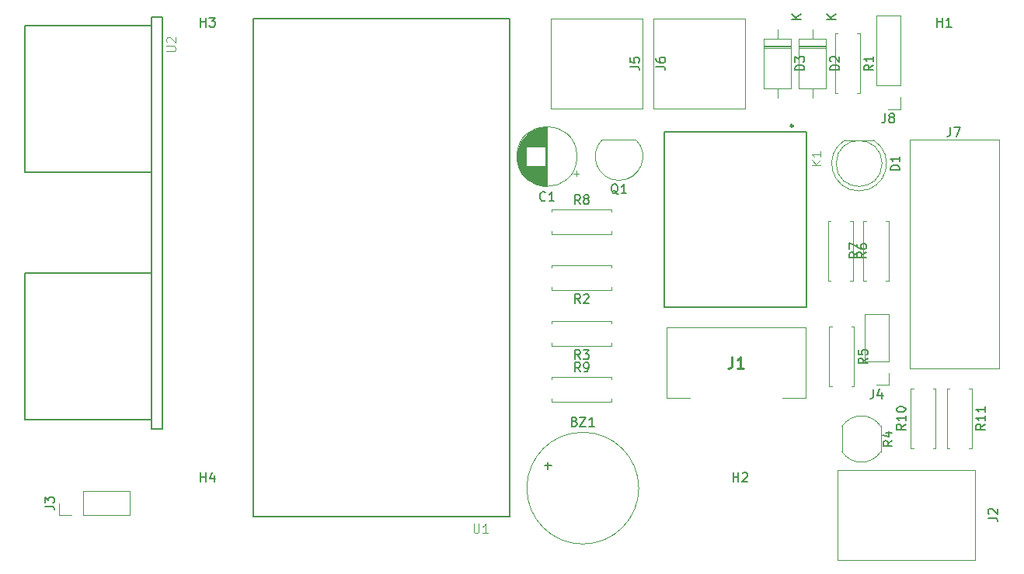
<source format=gbr>
%TF.GenerationSoftware,KiCad,Pcbnew,(5.1.7-0-10_14)*%
%TF.CreationDate,2021-06-29T16:16:18+02:00*%
%TF.ProjectId,NodeMCU32_Multisensor,4e6f6465-4d43-4553-9332-5f4d756c7469,rev?*%
%TF.SameCoordinates,Original*%
%TF.FileFunction,Legend,Top*%
%TF.FilePolarity,Positive*%
%FSLAX46Y46*%
G04 Gerber Fmt 4.6, Leading zero omitted, Abs format (unit mm)*
G04 Created by KiCad (PCBNEW (5.1.7-0-10_14)) date 2021-06-29 16:16:18*
%MOMM*%
%LPD*%
G01*
G04 APERTURE LIST*
%ADD10C,0.120000*%
%ADD11C,0.127000*%
%ADD12C,0.300000*%
%ADD13C,0.100000*%
%ADD14C,0.150000*%
%ADD15C,0.015000*%
%ADD16C,0.254000*%
G04 APERTURE END LIST*
D10*
%TO.C,J7*%
X145187000Y-76825000D02*
X145187000Y-74325000D01*
X145187000Y-74325000D02*
X154987000Y-74325000D01*
X154987000Y-74325000D02*
X154987000Y-76925000D01*
X154987000Y-99325000D02*
X145187000Y-99325000D01*
X154987000Y-76925000D02*
X154987000Y-99325000D01*
X145187000Y-99325000D02*
X145187000Y-76825000D01*
%TO.C,R11*%
X149252000Y-108045000D02*
X149582000Y-108045000D01*
X149252000Y-101505000D02*
X149252000Y-108045000D01*
X149582000Y-101505000D02*
X149252000Y-101505000D01*
X151992000Y-108045000D02*
X151662000Y-108045000D01*
X151992000Y-101505000D02*
X151992000Y-108045000D01*
X151662000Y-101505000D02*
X151992000Y-101505000D01*
%TO.C,R10*%
X148055000Y-101505000D02*
X147725000Y-101505000D01*
X148055000Y-108045000D02*
X148055000Y-101505000D01*
X147725000Y-108045000D02*
X148055000Y-108045000D01*
X145315000Y-101505000D02*
X145645000Y-101505000D01*
X145315000Y-108045000D02*
X145315000Y-101505000D01*
X145645000Y-108045000D02*
X145315000Y-108045000D01*
%TO.C,R9*%
X112744000Y-102970000D02*
X112744000Y-102640000D01*
X106204000Y-102970000D02*
X112744000Y-102970000D01*
X106204000Y-102640000D02*
X106204000Y-102970000D01*
X112744000Y-100230000D02*
X112744000Y-100560000D01*
X106204000Y-100230000D02*
X112744000Y-100230000D01*
X106204000Y-100560000D02*
X106204000Y-100230000D01*
%TO.C,J8*%
X144205000Y-71053000D02*
X142875000Y-71053000D01*
X144205000Y-69723000D02*
X144205000Y-71053000D01*
X144205000Y-68453000D02*
X141545000Y-68453000D01*
X141545000Y-68453000D02*
X141545000Y-60773000D01*
X144205000Y-68453000D02*
X144205000Y-60773000D01*
X144205000Y-60773000D02*
X141545000Y-60773000D01*
%TO.C,J2*%
X137313000Y-110416000D02*
X149813000Y-110416000D01*
X149713000Y-120216000D02*
X137313000Y-120216000D01*
X137313000Y-120216000D02*
X137313000Y-110416000D01*
X137313000Y-115316000D02*
X137313000Y-120216000D01*
X152313000Y-120216000D02*
X149713000Y-120216000D01*
X152313000Y-110416000D02*
X152313000Y-120216000D01*
X149813000Y-110416000D02*
X152313000Y-110416000D01*
D11*
%TO.C,U2*%
X48802000Y-61939000D02*
X48802000Y-77939000D01*
X48802000Y-88939000D02*
X48802000Y-104939000D01*
X62602000Y-105939000D02*
X62602000Y-104939000D01*
X62602000Y-104939000D02*
X62602000Y-88939000D01*
X62602000Y-88939000D02*
X62602000Y-77939000D01*
X62602000Y-77939000D02*
X62602000Y-61939000D01*
X62602000Y-61939000D02*
X62602000Y-60939000D01*
X62602000Y-60939000D02*
X63802000Y-60939000D01*
X63802000Y-60939000D02*
X63802000Y-105939000D01*
X63802000Y-105939000D02*
X62602000Y-105939000D01*
X62602000Y-61939000D02*
X48802000Y-61939000D01*
X62602000Y-104939000D02*
X48802000Y-104939000D01*
X62602000Y-77939000D02*
X48802000Y-77939000D01*
X62602000Y-88939000D02*
X48802000Y-88939000D01*
%TO.C,U1*%
X101580000Y-61142000D02*
X101580000Y-115542000D01*
X101580000Y-115542000D02*
X73680000Y-115542000D01*
X73680000Y-115542000D02*
X73680000Y-61142000D01*
X73680000Y-61142000D02*
X101580000Y-61142000D01*
D10*
%TO.C,R8*%
X106204000Y-82272000D02*
X106204000Y-81942000D01*
X106204000Y-81942000D02*
X112744000Y-81942000D01*
X112744000Y-81942000D02*
X112744000Y-82272000D01*
X106204000Y-84352000D02*
X106204000Y-84682000D01*
X106204000Y-84682000D02*
X112744000Y-84682000D01*
X112744000Y-84682000D02*
X112744000Y-84352000D01*
%TO.C,R7*%
X140516000Y-89760000D02*
X140186000Y-89760000D01*
X140186000Y-89760000D02*
X140186000Y-83220000D01*
X140186000Y-83220000D02*
X140516000Y-83220000D01*
X142596000Y-89760000D02*
X142926000Y-89760000D01*
X142926000Y-89760000D02*
X142926000Y-83220000D01*
X142926000Y-83220000D02*
X142596000Y-83220000D01*
%TO.C,R6*%
X138708000Y-83217000D02*
X139038000Y-83217000D01*
X139038000Y-83217000D02*
X139038000Y-89757000D01*
X139038000Y-89757000D02*
X138708000Y-89757000D01*
X136628000Y-83217000D02*
X136298000Y-83217000D01*
X136298000Y-83217000D02*
X136298000Y-89757000D01*
X136298000Y-89757000D02*
X136628000Y-89757000D01*
%TO.C,R5*%
X138835000Y-94774000D02*
X139165000Y-94774000D01*
X139165000Y-94774000D02*
X139165000Y-101314000D01*
X139165000Y-101314000D02*
X138835000Y-101314000D01*
X136755000Y-94774000D02*
X136425000Y-94774000D01*
X136425000Y-94774000D02*
X136425000Y-101314000D01*
X136425000Y-101314000D02*
X136755000Y-101314000D01*
%TO.C,R4*%
X137854000Y-105637000D02*
X137854000Y-108437000D01*
X142054000Y-105637000D02*
X142054000Y-108437000D01*
X142063242Y-105650963D02*
G75*
G03*
X137854000Y-105637000I-2109242J-1386037D01*
G01*
X137844758Y-108423037D02*
G75*
G03*
X142054000Y-108437000I2109242J1386037D01*
G01*
%TO.C,R3*%
X112744000Y-96544000D02*
X112744000Y-96874000D01*
X112744000Y-96874000D02*
X106204000Y-96874000D01*
X106204000Y-96874000D02*
X106204000Y-96544000D01*
X112744000Y-94464000D02*
X112744000Y-94134000D01*
X112744000Y-94134000D02*
X106204000Y-94134000D01*
X106204000Y-94134000D02*
X106204000Y-94464000D01*
%TO.C,R2*%
X112744000Y-90448000D02*
X112744000Y-90778000D01*
X112744000Y-90778000D02*
X106204000Y-90778000D01*
X106204000Y-90778000D02*
X106204000Y-90448000D01*
X112744000Y-88368000D02*
X112744000Y-88038000D01*
X112744000Y-88038000D02*
X106204000Y-88038000D01*
X106204000Y-88038000D02*
X106204000Y-88368000D01*
%TO.C,R1*%
X139470000Y-62770000D02*
X139800000Y-62770000D01*
X139800000Y-62770000D02*
X139800000Y-69310000D01*
X139800000Y-69310000D02*
X139470000Y-69310000D01*
X137390000Y-62770000D02*
X137060000Y-62770000D01*
X137060000Y-62770000D02*
X137060000Y-69310000D01*
X137060000Y-69310000D02*
X137390000Y-69310000D01*
%TO.C,Q1*%
X115338000Y-74350000D02*
X111738000Y-74350000D01*
X111699522Y-74361522D02*
G75*
G03*
X113538000Y-78800000I1838478J-1838478D01*
G01*
X115376478Y-74361522D02*
G75*
G02*
X113538000Y-78800000I-1838478J-1838478D01*
G01*
D11*
%TO.C,K1*%
X118488000Y-73508000D02*
X133988000Y-73508000D01*
X133988000Y-73508000D02*
X133988000Y-92608000D01*
X133988000Y-92608000D02*
X118488000Y-92608000D01*
X118488000Y-92608000D02*
X118488000Y-73508000D01*
D12*
X132457000Y-72858000D02*
G75*
G03*
X132457000Y-72858000I-100000J0D01*
G01*
D10*
%TO.C,J6*%
X116118000Y-70940000D02*
X113518000Y-70940000D01*
X116118000Y-61140000D02*
X116118000Y-70940000D01*
X113618000Y-61140000D02*
X116118000Y-61140000D01*
X106118000Y-66040000D02*
X106118000Y-70940000D01*
X106118000Y-70940000D02*
X106118000Y-61140000D01*
X113518000Y-70940000D02*
X106118000Y-70940000D01*
X106118000Y-61140000D02*
X113618000Y-61140000D01*
%TO.C,J5*%
X117308000Y-61140000D02*
X119908000Y-61140000D01*
X117308000Y-70940000D02*
X117308000Y-61140000D01*
X119808000Y-70940000D02*
X117308000Y-70940000D01*
X127308000Y-66040000D02*
X127308000Y-61140000D01*
X127308000Y-61140000D02*
X127308000Y-70940000D01*
X119908000Y-61140000D02*
X127308000Y-61140000D01*
X127308000Y-70940000D02*
X119808000Y-70940000D01*
%TO.C,J4*%
X142935000Y-93412000D02*
X140275000Y-93412000D01*
X142935000Y-98552000D02*
X142935000Y-93412000D01*
X140275000Y-98552000D02*
X140275000Y-93412000D01*
X142935000Y-98552000D02*
X140275000Y-98552000D01*
X142935000Y-99822000D02*
X142935000Y-101152000D01*
X142935000Y-101152000D02*
X141605000Y-101152000D01*
%TO.C,J3*%
X60258000Y-115376000D02*
X60258000Y-112716000D01*
X55118000Y-115376000D02*
X60258000Y-115376000D01*
X55118000Y-112716000D02*
X60258000Y-112716000D01*
X55118000Y-115376000D02*
X55118000Y-112716000D01*
X53848000Y-115376000D02*
X52518000Y-115376000D01*
X52518000Y-115376000D02*
X52518000Y-114046000D01*
D13*
%TO.C,J1*%
X118748000Y-102584000D02*
X118748000Y-94884000D01*
X118748000Y-102584000D02*
X118748000Y-102584000D01*
X118748000Y-94884000D02*
X118748000Y-102584000D01*
X118748000Y-94884000D02*
X118748000Y-94884000D01*
X133848000Y-94884000D02*
X133848000Y-102584000D01*
X133848000Y-94884000D02*
X133848000Y-94884000D01*
X133848000Y-102584000D02*
X133848000Y-94884000D01*
X133848000Y-102584000D02*
X133848000Y-102584000D01*
X118748000Y-102584000D02*
X118748000Y-102584000D01*
X121298000Y-102584000D02*
X118748000Y-102584000D01*
X121298000Y-102584000D02*
X121298000Y-102584000D01*
X118748000Y-102584000D02*
X121298000Y-102584000D01*
X133848000Y-94884000D02*
X133848000Y-94884000D01*
X118748000Y-94884000D02*
X133848000Y-94884000D01*
X118748000Y-94884000D02*
X118748000Y-94884000D01*
X133848000Y-94884000D02*
X118748000Y-94884000D01*
X131298000Y-102584000D02*
X131298000Y-102584000D01*
X133848000Y-102584000D02*
X131298000Y-102584000D01*
X133848000Y-102584000D02*
X133848000Y-102584000D01*
X131298000Y-102584000D02*
X133848000Y-102584000D01*
D10*
%TO.C,D3*%
X132280000Y-63320000D02*
X129340000Y-63320000D01*
X129340000Y-63320000D02*
X129340000Y-68760000D01*
X129340000Y-68760000D02*
X132280000Y-68760000D01*
X132280000Y-68760000D02*
X132280000Y-63320000D01*
X130810000Y-62300000D02*
X130810000Y-63320000D01*
X130810000Y-69780000D02*
X130810000Y-68760000D01*
X132280000Y-64220000D02*
X129340000Y-64220000D01*
X132280000Y-64340000D02*
X129340000Y-64340000D01*
X132280000Y-64100000D02*
X129340000Y-64100000D01*
%TO.C,D2*%
X136090000Y-63320000D02*
X133150000Y-63320000D01*
X133150000Y-63320000D02*
X133150000Y-68760000D01*
X133150000Y-68760000D02*
X136090000Y-68760000D01*
X136090000Y-68760000D02*
X136090000Y-63320000D01*
X134620000Y-62300000D02*
X134620000Y-63320000D01*
X134620000Y-69780000D02*
X134620000Y-68760000D01*
X136090000Y-64220000D02*
X133150000Y-64220000D01*
X136090000Y-64340000D02*
X133150000Y-64340000D01*
X136090000Y-64100000D02*
X133150000Y-64100000D01*
%TO.C,D1*%
X142200000Y-76962000D02*
G75*
G03*
X142200000Y-76962000I-2500000J0D01*
G01*
X141245000Y-74402000D02*
X138155000Y-74402000D01*
X139700462Y-79952000D02*
G75*
G02*
X138155170Y-74402000I-462J2990000D01*
G01*
X139699538Y-79952000D02*
G75*
G03*
X141244830Y-74402000I462J2990000D01*
G01*
%TO.C,C1*%
X108954000Y-76200000D02*
G75*
G03*
X108954000Y-76200000I-3270000J0D01*
G01*
X105684000Y-79430000D02*
X105684000Y-72970000D01*
X105644000Y-79430000D02*
X105644000Y-72970000D01*
X105604000Y-79430000D02*
X105604000Y-72970000D01*
X105564000Y-79428000D02*
X105564000Y-72972000D01*
X105524000Y-79427000D02*
X105524000Y-72973000D01*
X105484000Y-79424000D02*
X105484000Y-72976000D01*
X105444000Y-79422000D02*
X105444000Y-77240000D01*
X105444000Y-75160000D02*
X105444000Y-72978000D01*
X105404000Y-79418000D02*
X105404000Y-77240000D01*
X105404000Y-75160000D02*
X105404000Y-72982000D01*
X105364000Y-79415000D02*
X105364000Y-77240000D01*
X105364000Y-75160000D02*
X105364000Y-72985000D01*
X105324000Y-79411000D02*
X105324000Y-77240000D01*
X105324000Y-75160000D02*
X105324000Y-72989000D01*
X105284000Y-79406000D02*
X105284000Y-77240000D01*
X105284000Y-75160000D02*
X105284000Y-72994000D01*
X105244000Y-79401000D02*
X105244000Y-77240000D01*
X105244000Y-75160000D02*
X105244000Y-72999000D01*
X105204000Y-79395000D02*
X105204000Y-77240000D01*
X105204000Y-75160000D02*
X105204000Y-73005000D01*
X105164000Y-79389000D02*
X105164000Y-77240000D01*
X105164000Y-75160000D02*
X105164000Y-73011000D01*
X105124000Y-79382000D02*
X105124000Y-77240000D01*
X105124000Y-75160000D02*
X105124000Y-73018000D01*
X105084000Y-79375000D02*
X105084000Y-77240000D01*
X105084000Y-75160000D02*
X105084000Y-73025000D01*
X105044000Y-79367000D02*
X105044000Y-77240000D01*
X105044000Y-75160000D02*
X105044000Y-73033000D01*
X105004000Y-79359000D02*
X105004000Y-77240000D01*
X105004000Y-75160000D02*
X105004000Y-73041000D01*
X104963000Y-79350000D02*
X104963000Y-77240000D01*
X104963000Y-75160000D02*
X104963000Y-73050000D01*
X104923000Y-79341000D02*
X104923000Y-77240000D01*
X104923000Y-75160000D02*
X104923000Y-73059000D01*
X104883000Y-79331000D02*
X104883000Y-77240000D01*
X104883000Y-75160000D02*
X104883000Y-73069000D01*
X104843000Y-79321000D02*
X104843000Y-77240000D01*
X104843000Y-75160000D02*
X104843000Y-73079000D01*
X104803000Y-79310000D02*
X104803000Y-77240000D01*
X104803000Y-75160000D02*
X104803000Y-73090000D01*
X104763000Y-79298000D02*
X104763000Y-77240000D01*
X104763000Y-75160000D02*
X104763000Y-73102000D01*
X104723000Y-79286000D02*
X104723000Y-77240000D01*
X104723000Y-75160000D02*
X104723000Y-73114000D01*
X104683000Y-79274000D02*
X104683000Y-77240000D01*
X104683000Y-75160000D02*
X104683000Y-73126000D01*
X104643000Y-79261000D02*
X104643000Y-77240000D01*
X104643000Y-75160000D02*
X104643000Y-73139000D01*
X104603000Y-79247000D02*
X104603000Y-77240000D01*
X104603000Y-75160000D02*
X104603000Y-73153000D01*
X104563000Y-79233000D02*
X104563000Y-77240000D01*
X104563000Y-75160000D02*
X104563000Y-73167000D01*
X104523000Y-79218000D02*
X104523000Y-77240000D01*
X104523000Y-75160000D02*
X104523000Y-73182000D01*
X104483000Y-79202000D02*
X104483000Y-77240000D01*
X104483000Y-75160000D02*
X104483000Y-73198000D01*
X104443000Y-79186000D02*
X104443000Y-77240000D01*
X104443000Y-75160000D02*
X104443000Y-73214000D01*
X104403000Y-79170000D02*
X104403000Y-77240000D01*
X104403000Y-75160000D02*
X104403000Y-73230000D01*
X104363000Y-79152000D02*
X104363000Y-77240000D01*
X104363000Y-75160000D02*
X104363000Y-73248000D01*
X104323000Y-79134000D02*
X104323000Y-77240000D01*
X104323000Y-75160000D02*
X104323000Y-73266000D01*
X104283000Y-79116000D02*
X104283000Y-77240000D01*
X104283000Y-75160000D02*
X104283000Y-73284000D01*
X104243000Y-79096000D02*
X104243000Y-77240000D01*
X104243000Y-75160000D02*
X104243000Y-73304000D01*
X104203000Y-79076000D02*
X104203000Y-77240000D01*
X104203000Y-75160000D02*
X104203000Y-73324000D01*
X104163000Y-79056000D02*
X104163000Y-77240000D01*
X104163000Y-75160000D02*
X104163000Y-73344000D01*
X104123000Y-79034000D02*
X104123000Y-77240000D01*
X104123000Y-75160000D02*
X104123000Y-73366000D01*
X104083000Y-79012000D02*
X104083000Y-77240000D01*
X104083000Y-75160000D02*
X104083000Y-73388000D01*
X104043000Y-78990000D02*
X104043000Y-77240000D01*
X104043000Y-75160000D02*
X104043000Y-73410000D01*
X104003000Y-78966000D02*
X104003000Y-77240000D01*
X104003000Y-75160000D02*
X104003000Y-73434000D01*
X103963000Y-78942000D02*
X103963000Y-77240000D01*
X103963000Y-75160000D02*
X103963000Y-73458000D01*
X103923000Y-78916000D02*
X103923000Y-77240000D01*
X103923000Y-75160000D02*
X103923000Y-73484000D01*
X103883000Y-78890000D02*
X103883000Y-77240000D01*
X103883000Y-75160000D02*
X103883000Y-73510000D01*
X103843000Y-78864000D02*
X103843000Y-77240000D01*
X103843000Y-75160000D02*
X103843000Y-73536000D01*
X103803000Y-78836000D02*
X103803000Y-77240000D01*
X103803000Y-75160000D02*
X103803000Y-73564000D01*
X103763000Y-78807000D02*
X103763000Y-77240000D01*
X103763000Y-75160000D02*
X103763000Y-73593000D01*
X103723000Y-78778000D02*
X103723000Y-77240000D01*
X103723000Y-75160000D02*
X103723000Y-73622000D01*
X103683000Y-78748000D02*
X103683000Y-77240000D01*
X103683000Y-75160000D02*
X103683000Y-73652000D01*
X103643000Y-78716000D02*
X103643000Y-77240000D01*
X103643000Y-75160000D02*
X103643000Y-73684000D01*
X103603000Y-78684000D02*
X103603000Y-77240000D01*
X103603000Y-75160000D02*
X103603000Y-73716000D01*
X103563000Y-78650000D02*
X103563000Y-77240000D01*
X103563000Y-75160000D02*
X103563000Y-73750000D01*
X103523000Y-78616000D02*
X103523000Y-77240000D01*
X103523000Y-75160000D02*
X103523000Y-73784000D01*
X103483000Y-78580000D02*
X103483000Y-77240000D01*
X103483000Y-75160000D02*
X103483000Y-73820000D01*
X103443000Y-78543000D02*
X103443000Y-77240000D01*
X103443000Y-75160000D02*
X103443000Y-73857000D01*
X103403000Y-78505000D02*
X103403000Y-77240000D01*
X103403000Y-75160000D02*
X103403000Y-73895000D01*
X103363000Y-78465000D02*
X103363000Y-73935000D01*
X103323000Y-78424000D02*
X103323000Y-73976000D01*
X103283000Y-78382000D02*
X103283000Y-74018000D01*
X103243000Y-78337000D02*
X103243000Y-74063000D01*
X103203000Y-78292000D02*
X103203000Y-74108000D01*
X103163000Y-78244000D02*
X103163000Y-74156000D01*
X103123000Y-78195000D02*
X103123000Y-74205000D01*
X103083000Y-78144000D02*
X103083000Y-74256000D01*
X103043000Y-78090000D02*
X103043000Y-74310000D01*
X103003000Y-78034000D02*
X103003000Y-74366000D01*
X102963000Y-77976000D02*
X102963000Y-74424000D01*
X102923000Y-77914000D02*
X102923000Y-74486000D01*
X102883000Y-77850000D02*
X102883000Y-74550000D01*
X102843000Y-77781000D02*
X102843000Y-74619000D01*
X102803000Y-77709000D02*
X102803000Y-74691000D01*
X102763000Y-77632000D02*
X102763000Y-74768000D01*
X102723000Y-77550000D02*
X102723000Y-74850000D01*
X102683000Y-77462000D02*
X102683000Y-74938000D01*
X102643000Y-77365000D02*
X102643000Y-75035000D01*
X102603000Y-77259000D02*
X102603000Y-75141000D01*
X102563000Y-77140000D02*
X102563000Y-75260000D01*
X102523000Y-77002000D02*
X102523000Y-75398000D01*
X102483000Y-76833000D02*
X102483000Y-75567000D01*
X102443000Y-76602000D02*
X102443000Y-75798000D01*
X109184241Y-78039000D02*
X108554241Y-78039000D01*
X108869241Y-78354000D02*
X108869241Y-77724000D01*
%TO.C,BZ1*%
X115691000Y-112395000D02*
G75*
G03*
X115691000Y-112395000I-6100000J0D01*
G01*
%TO.C,J7*%
D14*
X149653666Y-72977380D02*
X149653666Y-73691666D01*
X149606047Y-73834523D01*
X149510809Y-73929761D01*
X149367952Y-73977380D01*
X149272714Y-73977380D01*
X150034619Y-72977380D02*
X150701285Y-72977380D01*
X150272714Y-73977380D01*
%TO.C,H4*%
X67945095Y-111695380D02*
X67945095Y-110695380D01*
X67945095Y-111171571D02*
X68516523Y-111171571D01*
X68516523Y-111695380D02*
X68516523Y-110695380D01*
X69421285Y-111028714D02*
X69421285Y-111695380D01*
X69183190Y-110647761D02*
X68945095Y-111362047D01*
X69564142Y-111362047D01*
%TO.C,H3*%
X67945095Y-62038380D02*
X67945095Y-61038380D01*
X67945095Y-61514571D02*
X68516523Y-61514571D01*
X68516523Y-62038380D02*
X68516523Y-61038380D01*
X68897476Y-61038380D02*
X69516523Y-61038380D01*
X69183190Y-61419333D01*
X69326047Y-61419333D01*
X69421285Y-61466952D01*
X69468904Y-61514571D01*
X69516523Y-61609809D01*
X69516523Y-61847904D01*
X69468904Y-61943142D01*
X69421285Y-61990761D01*
X69326047Y-62038380D01*
X69040333Y-62038380D01*
X68945095Y-61990761D01*
X68897476Y-61943142D01*
%TO.C,H2*%
X125984095Y-111695380D02*
X125984095Y-110695380D01*
X125984095Y-111171571D02*
X126555523Y-111171571D01*
X126555523Y-111695380D02*
X126555523Y-110695380D01*
X126984095Y-110790619D02*
X127031714Y-110743000D01*
X127126952Y-110695380D01*
X127365047Y-110695380D01*
X127460285Y-110743000D01*
X127507904Y-110790619D01*
X127555523Y-110885857D01*
X127555523Y-110981095D01*
X127507904Y-111123952D01*
X126936476Y-111695380D01*
X127555523Y-111695380D01*
%TO.C,H1*%
X148209095Y-62038380D02*
X148209095Y-61038380D01*
X148209095Y-61514571D02*
X148780523Y-61514571D01*
X148780523Y-62038380D02*
X148780523Y-61038380D01*
X149780523Y-62038380D02*
X149209095Y-62038380D01*
X149494809Y-62038380D02*
X149494809Y-61038380D01*
X149399571Y-61181238D01*
X149304333Y-61276476D01*
X149209095Y-61324095D01*
%TO.C,R11*%
X153444380Y-105417857D02*
X152968190Y-105751190D01*
X153444380Y-105989285D02*
X152444380Y-105989285D01*
X152444380Y-105608333D01*
X152492000Y-105513095D01*
X152539619Y-105465476D01*
X152634857Y-105417857D01*
X152777714Y-105417857D01*
X152872952Y-105465476D01*
X152920571Y-105513095D01*
X152968190Y-105608333D01*
X152968190Y-105989285D01*
X153444380Y-104465476D02*
X153444380Y-105036904D01*
X153444380Y-104751190D02*
X152444380Y-104751190D01*
X152587238Y-104846428D01*
X152682476Y-104941666D01*
X152730095Y-105036904D01*
X153444380Y-103513095D02*
X153444380Y-104084523D01*
X153444380Y-103798809D02*
X152444380Y-103798809D01*
X152587238Y-103894047D01*
X152682476Y-103989285D01*
X152730095Y-104084523D01*
%TO.C,R10*%
X144767380Y-105417857D02*
X144291190Y-105751190D01*
X144767380Y-105989285D02*
X143767380Y-105989285D01*
X143767380Y-105608333D01*
X143815000Y-105513095D01*
X143862619Y-105465476D01*
X143957857Y-105417857D01*
X144100714Y-105417857D01*
X144195952Y-105465476D01*
X144243571Y-105513095D01*
X144291190Y-105608333D01*
X144291190Y-105989285D01*
X144767380Y-104465476D02*
X144767380Y-105036904D01*
X144767380Y-104751190D02*
X143767380Y-104751190D01*
X143910238Y-104846428D01*
X144005476Y-104941666D01*
X144053095Y-105036904D01*
X143767380Y-103846428D02*
X143767380Y-103751190D01*
X143815000Y-103655952D01*
X143862619Y-103608333D01*
X143957857Y-103560714D01*
X144148333Y-103513095D01*
X144386428Y-103513095D01*
X144576904Y-103560714D01*
X144672142Y-103608333D01*
X144719761Y-103655952D01*
X144767380Y-103751190D01*
X144767380Y-103846428D01*
X144719761Y-103941666D01*
X144672142Y-103989285D01*
X144576904Y-104036904D01*
X144386428Y-104084523D01*
X144148333Y-104084523D01*
X143957857Y-104036904D01*
X143862619Y-103989285D01*
X143815000Y-103941666D01*
X143767380Y-103846428D01*
%TO.C,R9*%
X109307333Y-99682380D02*
X108974000Y-99206190D01*
X108735904Y-99682380D02*
X108735904Y-98682380D01*
X109116857Y-98682380D01*
X109212095Y-98730000D01*
X109259714Y-98777619D01*
X109307333Y-98872857D01*
X109307333Y-99015714D01*
X109259714Y-99110952D01*
X109212095Y-99158571D01*
X109116857Y-99206190D01*
X108735904Y-99206190D01*
X109783523Y-99682380D02*
X109974000Y-99682380D01*
X110069238Y-99634761D01*
X110116857Y-99587142D01*
X110212095Y-99444285D01*
X110259714Y-99253809D01*
X110259714Y-98872857D01*
X110212095Y-98777619D01*
X110164476Y-98730000D01*
X110069238Y-98682380D01*
X109878761Y-98682380D01*
X109783523Y-98730000D01*
X109735904Y-98777619D01*
X109688285Y-98872857D01*
X109688285Y-99110952D01*
X109735904Y-99206190D01*
X109783523Y-99253809D01*
X109878761Y-99301428D01*
X110069238Y-99301428D01*
X110164476Y-99253809D01*
X110212095Y-99206190D01*
X110259714Y-99110952D01*
%TO.C,J8*%
X142541666Y-71505380D02*
X142541666Y-72219666D01*
X142494047Y-72362523D01*
X142398809Y-72457761D01*
X142255952Y-72505380D01*
X142160714Y-72505380D01*
X143160714Y-71933952D02*
X143065476Y-71886333D01*
X143017857Y-71838714D01*
X142970238Y-71743476D01*
X142970238Y-71695857D01*
X143017857Y-71600619D01*
X143065476Y-71553000D01*
X143160714Y-71505380D01*
X143351190Y-71505380D01*
X143446428Y-71553000D01*
X143494047Y-71600619D01*
X143541666Y-71695857D01*
X143541666Y-71743476D01*
X143494047Y-71838714D01*
X143446428Y-71886333D01*
X143351190Y-71933952D01*
X143160714Y-71933952D01*
X143065476Y-71981571D01*
X143017857Y-72029190D01*
X142970238Y-72124428D01*
X142970238Y-72314904D01*
X143017857Y-72410142D01*
X143065476Y-72457761D01*
X143160714Y-72505380D01*
X143351190Y-72505380D01*
X143446428Y-72457761D01*
X143494047Y-72410142D01*
X143541666Y-72314904D01*
X143541666Y-72124428D01*
X143494047Y-72029190D01*
X143446428Y-71981571D01*
X143351190Y-71933952D01*
%TO.C,J2*%
X153765380Y-115649333D02*
X154479666Y-115649333D01*
X154622523Y-115696952D01*
X154717761Y-115792190D01*
X154765380Y-115935047D01*
X154765380Y-116030285D01*
X153860619Y-115220761D02*
X153813000Y-115173142D01*
X153765380Y-115077904D01*
X153765380Y-114839809D01*
X153813000Y-114744571D01*
X153860619Y-114696952D01*
X153955857Y-114649333D01*
X154051095Y-114649333D01*
X154193952Y-114696952D01*
X154765380Y-115268380D01*
X154765380Y-114649333D01*
%TO.C,U2*%
D15*
X64207386Y-64716250D02*
X65017330Y-64716250D01*
X65112618Y-64668607D01*
X65160262Y-64620963D01*
X65207906Y-64525675D01*
X65207906Y-64335100D01*
X65160262Y-64239812D01*
X65112618Y-64192169D01*
X65017330Y-64144525D01*
X64207386Y-64144525D01*
X64302673Y-63715730D02*
X64255030Y-63668087D01*
X64207386Y-63572799D01*
X64207386Y-63334580D01*
X64255030Y-63239292D01*
X64302673Y-63191649D01*
X64397961Y-63144005D01*
X64493249Y-63144005D01*
X64636180Y-63191649D01*
X65207906Y-63763374D01*
X65207906Y-63144005D01*
%TO.C,U1*%
X97696976Y-116290214D02*
X97696976Y-117100050D01*
X97744613Y-117195325D01*
X97792251Y-117242963D01*
X97887525Y-117290600D01*
X98078075Y-117290600D01*
X98173350Y-117242963D01*
X98220987Y-117195325D01*
X98268625Y-117100050D01*
X98268625Y-116290214D01*
X99269011Y-117290600D02*
X98697362Y-117290600D01*
X98983186Y-117290600D02*
X98983186Y-116290214D01*
X98887911Y-116433126D01*
X98792637Y-116528401D01*
X98697362Y-116576039D01*
%TO.C,R8*%
D14*
X109307333Y-81394380D02*
X108974000Y-80918190D01*
X108735904Y-81394380D02*
X108735904Y-80394380D01*
X109116857Y-80394380D01*
X109212095Y-80442000D01*
X109259714Y-80489619D01*
X109307333Y-80584857D01*
X109307333Y-80727714D01*
X109259714Y-80822952D01*
X109212095Y-80870571D01*
X109116857Y-80918190D01*
X108735904Y-80918190D01*
X109878761Y-80822952D02*
X109783523Y-80775333D01*
X109735904Y-80727714D01*
X109688285Y-80632476D01*
X109688285Y-80584857D01*
X109735904Y-80489619D01*
X109783523Y-80442000D01*
X109878761Y-80394380D01*
X110069238Y-80394380D01*
X110164476Y-80442000D01*
X110212095Y-80489619D01*
X110259714Y-80584857D01*
X110259714Y-80632476D01*
X110212095Y-80727714D01*
X110164476Y-80775333D01*
X110069238Y-80822952D01*
X109878761Y-80822952D01*
X109783523Y-80870571D01*
X109735904Y-80918190D01*
X109688285Y-81013428D01*
X109688285Y-81203904D01*
X109735904Y-81299142D01*
X109783523Y-81346761D01*
X109878761Y-81394380D01*
X110069238Y-81394380D01*
X110164476Y-81346761D01*
X110212095Y-81299142D01*
X110259714Y-81203904D01*
X110259714Y-81013428D01*
X110212095Y-80918190D01*
X110164476Y-80870571D01*
X110069238Y-80822952D01*
%TO.C,R7*%
X139638380Y-86656666D02*
X139162190Y-86990000D01*
X139638380Y-87228095D02*
X138638380Y-87228095D01*
X138638380Y-86847142D01*
X138686000Y-86751904D01*
X138733619Y-86704285D01*
X138828857Y-86656666D01*
X138971714Y-86656666D01*
X139066952Y-86704285D01*
X139114571Y-86751904D01*
X139162190Y-86847142D01*
X139162190Y-87228095D01*
X138638380Y-86323333D02*
X138638380Y-85656666D01*
X139638380Y-86085238D01*
%TO.C,R6*%
X140490380Y-86653666D02*
X140014190Y-86987000D01*
X140490380Y-87225095D02*
X139490380Y-87225095D01*
X139490380Y-86844142D01*
X139538000Y-86748904D01*
X139585619Y-86701285D01*
X139680857Y-86653666D01*
X139823714Y-86653666D01*
X139918952Y-86701285D01*
X139966571Y-86748904D01*
X140014190Y-86844142D01*
X140014190Y-87225095D01*
X139490380Y-85796523D02*
X139490380Y-85987000D01*
X139538000Y-86082238D01*
X139585619Y-86129857D01*
X139728476Y-86225095D01*
X139918952Y-86272714D01*
X140299904Y-86272714D01*
X140395142Y-86225095D01*
X140442761Y-86177476D01*
X140490380Y-86082238D01*
X140490380Y-85891761D01*
X140442761Y-85796523D01*
X140395142Y-85748904D01*
X140299904Y-85701285D01*
X140061809Y-85701285D01*
X139966571Y-85748904D01*
X139918952Y-85796523D01*
X139871333Y-85891761D01*
X139871333Y-86082238D01*
X139918952Y-86177476D01*
X139966571Y-86225095D01*
X140061809Y-86272714D01*
%TO.C,R5*%
X140617380Y-98210666D02*
X140141190Y-98544000D01*
X140617380Y-98782095D02*
X139617380Y-98782095D01*
X139617380Y-98401142D01*
X139665000Y-98305904D01*
X139712619Y-98258285D01*
X139807857Y-98210666D01*
X139950714Y-98210666D01*
X140045952Y-98258285D01*
X140093571Y-98305904D01*
X140141190Y-98401142D01*
X140141190Y-98782095D01*
X139617380Y-97305904D02*
X139617380Y-97782095D01*
X140093571Y-97829714D01*
X140045952Y-97782095D01*
X139998333Y-97686857D01*
X139998333Y-97448761D01*
X140045952Y-97353523D01*
X140093571Y-97305904D01*
X140188809Y-97258285D01*
X140426904Y-97258285D01*
X140522142Y-97305904D01*
X140569761Y-97353523D01*
X140617380Y-97448761D01*
X140617380Y-97686857D01*
X140569761Y-97782095D01*
X140522142Y-97829714D01*
%TO.C,R4*%
X143306380Y-107203666D02*
X142830190Y-107537000D01*
X143306380Y-107775095D02*
X142306380Y-107775095D01*
X142306380Y-107394142D01*
X142354000Y-107298904D01*
X142401619Y-107251285D01*
X142496857Y-107203666D01*
X142639714Y-107203666D01*
X142734952Y-107251285D01*
X142782571Y-107298904D01*
X142830190Y-107394142D01*
X142830190Y-107775095D01*
X142639714Y-106346523D02*
X143306380Y-106346523D01*
X142258761Y-106584619D02*
X142973047Y-106822714D01*
X142973047Y-106203666D01*
%TO.C,R3*%
X109307333Y-98326380D02*
X108974000Y-97850190D01*
X108735904Y-98326380D02*
X108735904Y-97326380D01*
X109116857Y-97326380D01*
X109212095Y-97374000D01*
X109259714Y-97421619D01*
X109307333Y-97516857D01*
X109307333Y-97659714D01*
X109259714Y-97754952D01*
X109212095Y-97802571D01*
X109116857Y-97850190D01*
X108735904Y-97850190D01*
X109640666Y-97326380D02*
X110259714Y-97326380D01*
X109926380Y-97707333D01*
X110069238Y-97707333D01*
X110164476Y-97754952D01*
X110212095Y-97802571D01*
X110259714Y-97897809D01*
X110259714Y-98135904D01*
X110212095Y-98231142D01*
X110164476Y-98278761D01*
X110069238Y-98326380D01*
X109783523Y-98326380D01*
X109688285Y-98278761D01*
X109640666Y-98231142D01*
%TO.C,R2*%
X109307333Y-92230380D02*
X108974000Y-91754190D01*
X108735904Y-92230380D02*
X108735904Y-91230380D01*
X109116857Y-91230380D01*
X109212095Y-91278000D01*
X109259714Y-91325619D01*
X109307333Y-91420857D01*
X109307333Y-91563714D01*
X109259714Y-91658952D01*
X109212095Y-91706571D01*
X109116857Y-91754190D01*
X108735904Y-91754190D01*
X109688285Y-91325619D02*
X109735904Y-91278000D01*
X109831142Y-91230380D01*
X110069238Y-91230380D01*
X110164476Y-91278000D01*
X110212095Y-91325619D01*
X110259714Y-91420857D01*
X110259714Y-91516095D01*
X110212095Y-91658952D01*
X109640666Y-92230380D01*
X110259714Y-92230380D01*
%TO.C,R1*%
X141252380Y-66206666D02*
X140776190Y-66540000D01*
X141252380Y-66778095D02*
X140252380Y-66778095D01*
X140252380Y-66397142D01*
X140300000Y-66301904D01*
X140347619Y-66254285D01*
X140442857Y-66206666D01*
X140585714Y-66206666D01*
X140680952Y-66254285D01*
X140728571Y-66301904D01*
X140776190Y-66397142D01*
X140776190Y-66778095D01*
X141252380Y-65254285D02*
X141252380Y-65825714D01*
X141252380Y-65540000D02*
X140252380Y-65540000D01*
X140395238Y-65635238D01*
X140490476Y-65730476D01*
X140538095Y-65825714D01*
%TO.C,Q1*%
X113442761Y-80307619D02*
X113347523Y-80260000D01*
X113252285Y-80164761D01*
X113109428Y-80021904D01*
X113014190Y-79974285D01*
X112918952Y-79974285D01*
X112966571Y-80212380D02*
X112871333Y-80164761D01*
X112776095Y-80069523D01*
X112728476Y-79879047D01*
X112728476Y-79545714D01*
X112776095Y-79355238D01*
X112871333Y-79260000D01*
X112966571Y-79212380D01*
X113157047Y-79212380D01*
X113252285Y-79260000D01*
X113347523Y-79355238D01*
X113395142Y-79545714D01*
X113395142Y-79879047D01*
X113347523Y-80069523D01*
X113252285Y-80164761D01*
X113157047Y-80212380D01*
X112966571Y-80212380D01*
X114347523Y-80212380D02*
X113776095Y-80212380D01*
X114061809Y-80212380D02*
X114061809Y-79212380D01*
X113966571Y-79355238D01*
X113871333Y-79450476D01*
X113776095Y-79498095D01*
%TO.C,K1*%
D15*
X135526263Y-77170534D02*
X134526169Y-77170534D01*
X135526263Y-76599052D02*
X134954781Y-77027664D01*
X134526169Y-76599052D02*
X135097651Y-77170534D01*
X135526263Y-75646581D02*
X135526263Y-76218064D01*
X135526263Y-75932323D02*
X134526169Y-75932323D01*
X134669040Y-76027570D01*
X134764287Y-76122817D01*
X134811910Y-76218064D01*
%TO.C,J6*%
D14*
X117570380Y-66373333D02*
X118284666Y-66373333D01*
X118427523Y-66420952D01*
X118522761Y-66516190D01*
X118570380Y-66659047D01*
X118570380Y-66754285D01*
X117570380Y-65468571D02*
X117570380Y-65659047D01*
X117618000Y-65754285D01*
X117665619Y-65801904D01*
X117808476Y-65897142D01*
X117998952Y-65944761D01*
X118379904Y-65944761D01*
X118475142Y-65897142D01*
X118522761Y-65849523D01*
X118570380Y-65754285D01*
X118570380Y-65563809D01*
X118522761Y-65468571D01*
X118475142Y-65420952D01*
X118379904Y-65373333D01*
X118141809Y-65373333D01*
X118046571Y-65420952D01*
X117998952Y-65468571D01*
X117951333Y-65563809D01*
X117951333Y-65754285D01*
X117998952Y-65849523D01*
X118046571Y-65897142D01*
X118141809Y-65944761D01*
%TO.C,J5*%
X114760380Y-66373333D02*
X115474666Y-66373333D01*
X115617523Y-66420952D01*
X115712761Y-66516190D01*
X115760380Y-66659047D01*
X115760380Y-66754285D01*
X114760380Y-65420952D02*
X114760380Y-65897142D01*
X115236571Y-65944761D01*
X115188952Y-65897142D01*
X115141333Y-65801904D01*
X115141333Y-65563809D01*
X115188952Y-65468571D01*
X115236571Y-65420952D01*
X115331809Y-65373333D01*
X115569904Y-65373333D01*
X115665142Y-65420952D01*
X115712761Y-65468571D01*
X115760380Y-65563809D01*
X115760380Y-65801904D01*
X115712761Y-65897142D01*
X115665142Y-65944761D01*
%TO.C,J4*%
X141271666Y-101604380D02*
X141271666Y-102318666D01*
X141224047Y-102461523D01*
X141128809Y-102556761D01*
X140985952Y-102604380D01*
X140890714Y-102604380D01*
X142176428Y-101937714D02*
X142176428Y-102604380D01*
X141938333Y-101556761D02*
X141700238Y-102271047D01*
X142319285Y-102271047D01*
%TO.C,J3*%
X50970380Y-114379333D02*
X51684666Y-114379333D01*
X51827523Y-114426952D01*
X51922761Y-114522190D01*
X51970380Y-114665047D01*
X51970380Y-114760285D01*
X50970380Y-113998380D02*
X50970380Y-113379333D01*
X51351333Y-113712666D01*
X51351333Y-113569809D01*
X51398952Y-113474571D01*
X51446571Y-113426952D01*
X51541809Y-113379333D01*
X51779904Y-113379333D01*
X51875142Y-113426952D01*
X51922761Y-113474571D01*
X51970380Y-113569809D01*
X51970380Y-113855523D01*
X51922761Y-113950761D01*
X51875142Y-113998380D01*
%TO.C,J1*%
D16*
X125874666Y-98038523D02*
X125874666Y-98945666D01*
X125814190Y-99127095D01*
X125693238Y-99248047D01*
X125511809Y-99308523D01*
X125390857Y-99308523D01*
X127144666Y-99308523D02*
X126418952Y-99308523D01*
X126781809Y-99308523D02*
X126781809Y-98038523D01*
X126660857Y-98219952D01*
X126539904Y-98340904D01*
X126418952Y-98401380D01*
%TO.C,D3*%
D14*
X133732380Y-66778095D02*
X132732380Y-66778095D01*
X132732380Y-66540000D01*
X132780000Y-66397142D01*
X132875238Y-66301904D01*
X132970476Y-66254285D01*
X133160952Y-66206666D01*
X133303809Y-66206666D01*
X133494285Y-66254285D01*
X133589523Y-66301904D01*
X133684761Y-66397142D01*
X133732380Y-66540000D01*
X133732380Y-66778095D01*
X132732380Y-65873333D02*
X132732380Y-65254285D01*
X133113333Y-65587619D01*
X133113333Y-65444761D01*
X133160952Y-65349523D01*
X133208571Y-65301904D01*
X133303809Y-65254285D01*
X133541904Y-65254285D01*
X133637142Y-65301904D01*
X133684761Y-65349523D01*
X133732380Y-65444761D01*
X133732380Y-65730476D01*
X133684761Y-65825714D01*
X133637142Y-65873333D01*
X133362380Y-61221904D02*
X132362380Y-61221904D01*
X133362380Y-60650476D02*
X132790952Y-61079047D01*
X132362380Y-60650476D02*
X132933809Y-61221904D01*
%TO.C,D2*%
X137542380Y-66778095D02*
X136542380Y-66778095D01*
X136542380Y-66540000D01*
X136590000Y-66397142D01*
X136685238Y-66301904D01*
X136780476Y-66254285D01*
X136970952Y-66206666D01*
X137113809Y-66206666D01*
X137304285Y-66254285D01*
X137399523Y-66301904D01*
X137494761Y-66397142D01*
X137542380Y-66540000D01*
X137542380Y-66778095D01*
X136637619Y-65825714D02*
X136590000Y-65778095D01*
X136542380Y-65682857D01*
X136542380Y-65444761D01*
X136590000Y-65349523D01*
X136637619Y-65301904D01*
X136732857Y-65254285D01*
X136828095Y-65254285D01*
X136970952Y-65301904D01*
X137542380Y-65873333D01*
X137542380Y-65254285D01*
X137172380Y-61221904D02*
X136172380Y-61221904D01*
X137172380Y-60650476D02*
X136600952Y-61079047D01*
X136172380Y-60650476D02*
X136743809Y-61221904D01*
%TO.C,D1*%
X144112380Y-77700095D02*
X143112380Y-77700095D01*
X143112380Y-77462000D01*
X143160000Y-77319142D01*
X143255238Y-77223904D01*
X143350476Y-77176285D01*
X143540952Y-77128666D01*
X143683809Y-77128666D01*
X143874285Y-77176285D01*
X143969523Y-77223904D01*
X144064761Y-77319142D01*
X144112380Y-77462000D01*
X144112380Y-77700095D01*
X144112380Y-76176285D02*
X144112380Y-76747714D01*
X144112380Y-76462000D02*
X143112380Y-76462000D01*
X143255238Y-76557238D01*
X143350476Y-76652476D01*
X143398095Y-76747714D01*
%TO.C,C1*%
X105517333Y-80957142D02*
X105469714Y-81004761D01*
X105326857Y-81052380D01*
X105231619Y-81052380D01*
X105088761Y-81004761D01*
X104993523Y-80909523D01*
X104945904Y-80814285D01*
X104898285Y-80623809D01*
X104898285Y-80480952D01*
X104945904Y-80290476D01*
X104993523Y-80195238D01*
X105088761Y-80100000D01*
X105231619Y-80052380D01*
X105326857Y-80052380D01*
X105469714Y-80100000D01*
X105517333Y-80147619D01*
X106469714Y-81052380D02*
X105898285Y-81052380D01*
X106184000Y-81052380D02*
X106184000Y-80052380D01*
X106088761Y-80195238D01*
X105993523Y-80290476D01*
X105898285Y-80338095D01*
%TO.C,BZ1*%
X108710047Y-105123571D02*
X108852904Y-105171190D01*
X108900523Y-105218809D01*
X108948142Y-105314047D01*
X108948142Y-105456904D01*
X108900523Y-105552142D01*
X108852904Y-105599761D01*
X108757666Y-105647380D01*
X108376714Y-105647380D01*
X108376714Y-104647380D01*
X108710047Y-104647380D01*
X108805285Y-104695000D01*
X108852904Y-104742619D01*
X108900523Y-104837857D01*
X108900523Y-104933095D01*
X108852904Y-105028333D01*
X108805285Y-105075952D01*
X108710047Y-105123571D01*
X108376714Y-105123571D01*
X109281476Y-104647380D02*
X109948142Y-104647380D01*
X109281476Y-105647380D01*
X109948142Y-105647380D01*
X110852904Y-105647380D02*
X110281476Y-105647380D01*
X110567190Y-105647380D02*
X110567190Y-104647380D01*
X110471952Y-104790238D01*
X110376714Y-104885476D01*
X110281476Y-104933095D01*
X105400047Y-109926428D02*
X106161952Y-109926428D01*
X105781000Y-110307380D02*
X105781000Y-109545476D01*
%TD*%
M02*

</source>
